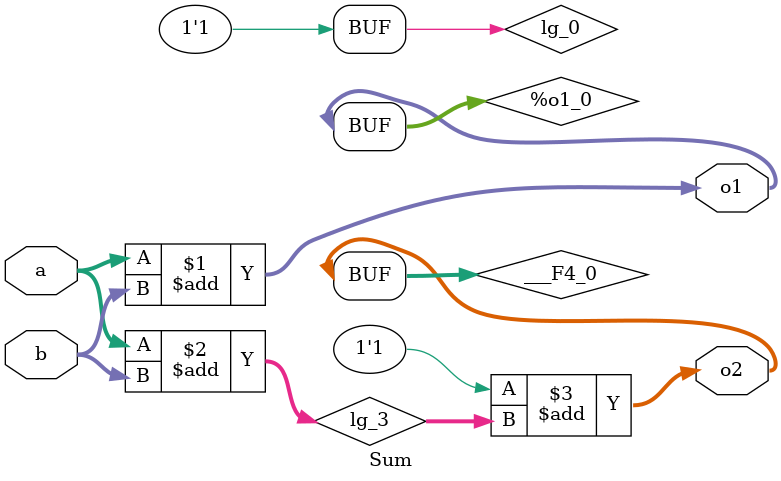
<source format=v>
/* Generated by Yosys 0.9+2406 (git sha1 a66200ed, clang 10.0.0 -fPIC -Os) */

module FinalValTest(out);
  wire [3:0] \%out_0 ;
  wire [2:0] lg_0;
  wire [2:0] lg_1;
  wire [1:0] lg_2;
  output [3:0] out;
  assign \%out_0  = lg_1 + lg_0;
  Sum lg_subgraph9 (
    .a(lg_2),
    .b(lg_2),
    .o1(lg_1),
    .o2(lg_0)
  );
  assign lg_2 = 2'h3;
  assign out = \%out_0 ;
endmodule
/* Generated by Yosys 0.9+2406 (git sha1 a66200ed, clang 10.0.0 -fPIC -Os) */

module Sum(a, b, o1, o2);
  wire [2:0] \%o1_0 ;
  wire [2:0] ___F4_0;
  input [1:0] a;
  input [1:0] b;
  wire lg_0;
  wire [2:0] lg_3;
  output [2:0] o1;
  output [2:0] o2;
  assign \%o1_0  = a + b;
  assign lg_3 = a + b;
  assign ___F4_0 = lg_0 + lg_3;
  assign lg_0 = 1'h1;
  assign o2 = ___F4_0;
  assign o1 = \%o1_0 ;
endmodule

</source>
